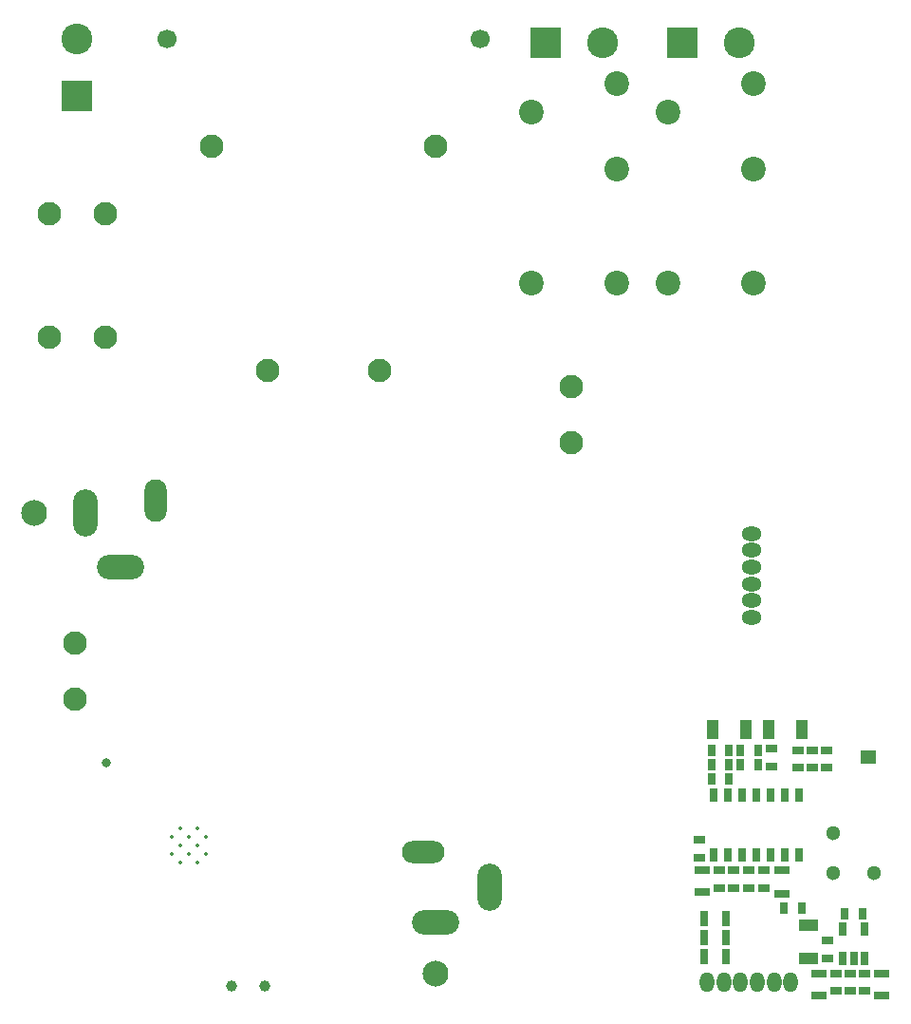
<source format=gbs>
G04*
G04 #@! TF.GenerationSoftware,Altium Limited,Altium Designer,22.1.2 (22)*
G04*
G04 Layer_Color=16711935*
%FSLAX25Y25*%
%MOIN*%
G70*
G04*
G04 #@! TF.SameCoordinates,BB4BA718-9431-4743-B970-F4C87B48E952*
G04*
G04*
G04 #@! TF.FilePolarity,Negative*
G04*
G01*
G75*
%ADD68R,0.03150X0.05512*%
%ADD69R,0.05512X0.03150*%
%ADD70R,0.02756X0.03937*%
%ADD73R,0.03937X0.02756*%
%ADD91O,0.07087X0.05150*%
%ADD92O,0.05150X0.07087*%
%ADD93C,0.08268*%
%ADD94C,0.10839*%
%ADD95R,0.10839X0.10839*%
%ADD96R,0.10839X0.10839*%
%ADD97C,0.09068*%
%ADD98O,0.08674X0.16548*%
%ADD99O,0.16548X0.08674*%
%ADD100O,0.07887X0.14973*%
%ADD101O,0.14973X0.07887*%
%ADD102C,0.01394*%
%ADD103C,0.05118*%
%ADD104C,0.03937*%
%ADD105C,0.08661*%
%ADD106C,0.06693*%
%ADD107C,0.03162*%
%ADD212R,0.03937X0.06693*%
%ADD213R,0.02756X0.04724*%
%ADD214R,0.02677X0.05039*%
%ADD215R,0.06693X0.03937*%
G36*
X304331Y90551D02*
X298819D01*
Y85827D01*
X304331D01*
Y90551D01*
D02*
G37*
D68*
X251575Y18110D02*
D03*
X244094D02*
D03*
X251575Y24803D02*
D03*
X244094D02*
D03*
X251575Y31496D02*
D03*
X244094D02*
D03*
D69*
X271260Y48228D02*
D03*
Y39961D02*
D03*
X243307Y40748D02*
D03*
Y48228D02*
D03*
X306299Y12008D02*
D03*
Y4528D02*
D03*
X284252Y4528D02*
D03*
Y12008D02*
D03*
D70*
X246456Y80315D02*
D03*
X252756D02*
D03*
X256693Y90551D02*
D03*
X262993D02*
D03*
X293307Y33071D02*
D03*
X299607D02*
D03*
X246456Y85433D02*
D03*
X252756D02*
D03*
X252756Y90551D02*
D03*
X246456D02*
D03*
X278347Y35039D02*
D03*
X272047D02*
D03*
X256693Y85433D02*
D03*
X262993D02*
D03*
D73*
X242126Y52755D02*
D03*
Y59056D02*
D03*
X254331Y48426D02*
D03*
Y42126D02*
D03*
X287080Y84252D02*
D03*
Y90552D02*
D03*
X281890Y84252D02*
D03*
Y90552D02*
D03*
X249213Y48426D02*
D03*
Y42126D02*
D03*
X267717Y84645D02*
D03*
Y90945D02*
D03*
X264961Y48426D02*
D03*
Y42126D02*
D03*
X259449Y48426D02*
D03*
Y42126D02*
D03*
X276772Y84252D02*
D03*
Y90552D02*
D03*
X290158Y12205D02*
D03*
Y5905D02*
D03*
X300394Y12205D02*
D03*
Y5905D02*
D03*
X295276Y12205D02*
D03*
Y5905D02*
D03*
X287402Y17323D02*
D03*
Y23622D02*
D03*
D91*
X260630Y137008D02*
D03*
Y142913D02*
D03*
Y148819D02*
D03*
Y154724D02*
D03*
Y160630D02*
D03*
Y166535D02*
D03*
D92*
X274410Y9055D02*
D03*
X268504D02*
D03*
X262598D02*
D03*
X256693D02*
D03*
X250787D02*
D03*
X244882D02*
D03*
D93*
X33465Y278740D02*
D03*
X13780D02*
D03*
X33465Y235433D02*
D03*
X13780D02*
D03*
X197244Y198425D02*
D03*
Y218110D02*
D03*
X22835Y127953D02*
D03*
Y108268D02*
D03*
X129921Y223622D02*
D03*
X90551D02*
D03*
X70866Y302362D02*
D03*
X149606D02*
D03*
D94*
X23622Y339921D02*
D03*
X208425Y338583D02*
D03*
X256221Y338583D02*
D03*
D95*
X23622Y319921D02*
D03*
D96*
X188425Y338583D02*
D03*
X236221Y338583D02*
D03*
D97*
X8760Y173622D02*
D03*
X149606Y12205D02*
D03*
D98*
X26476Y173622D02*
D03*
X168504Y42520D02*
D03*
D99*
X39075Y154724D02*
D03*
X149606Y29921D02*
D03*
D100*
X51279Y177953D02*
D03*
D101*
X145276Y54724D02*
D03*
D102*
X65837Y56968D02*
D03*
X68839Y59980D02*
D03*
Y53976D02*
D03*
X65837Y50965D02*
D03*
X62835Y59980D02*
D03*
Y53976D02*
D03*
X56831Y59980D02*
D03*
X59833Y56968D02*
D03*
Y50965D02*
D03*
X56831Y53976D02*
D03*
X65837Y62953D02*
D03*
X59833D02*
D03*
D103*
X303560Y47257D02*
D03*
X289386D02*
D03*
Y61430D02*
D03*
D104*
X77953Y7874D02*
D03*
X89764D02*
D03*
D105*
X183425Y314370D02*
D03*
X213425Y324370D02*
D03*
Y294370D02*
D03*
X183425Y254370D02*
D03*
X213425D02*
D03*
X231221Y314370D02*
D03*
X261221Y324370D02*
D03*
Y294370D02*
D03*
X231221Y254370D02*
D03*
X261221D02*
D03*
D106*
X165354Y339921D02*
D03*
X55118D02*
D03*
D107*
X33858Y86221D02*
D03*
D212*
X258661Y97638D02*
D03*
X246850D02*
D03*
X278346D02*
D03*
X266535D02*
D03*
D213*
X300197Y27559D02*
D03*
X292717D02*
D03*
Y17323D02*
D03*
X296457D02*
D03*
X300197D02*
D03*
D214*
X247205Y74646D02*
D03*
X252205D02*
D03*
X257205D02*
D03*
X262205D02*
D03*
X267205D02*
D03*
X272205D02*
D03*
X277205D02*
D03*
Y53701D02*
D03*
X272205D02*
D03*
X267205D02*
D03*
X262205D02*
D03*
X257205D02*
D03*
X252205D02*
D03*
X247205D02*
D03*
D215*
X280709Y17323D02*
D03*
Y29134D02*
D03*
M02*

</source>
